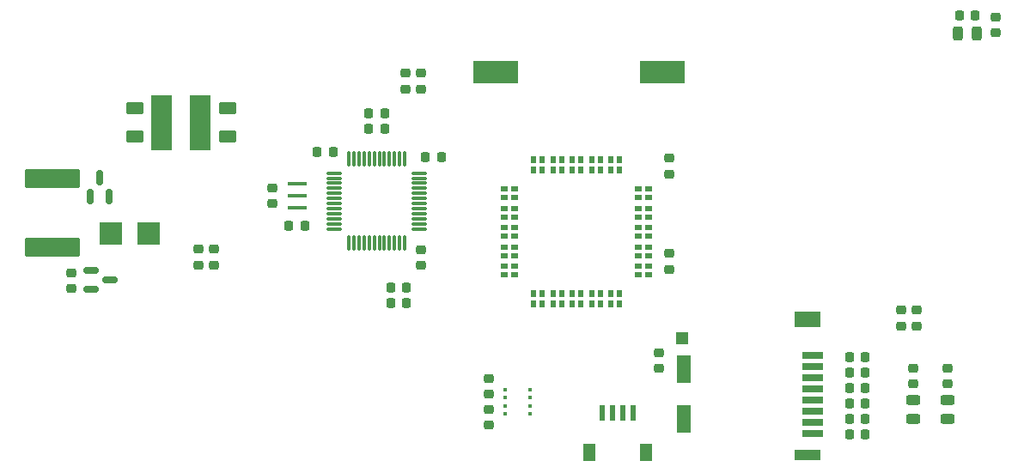
<source format=gbr>
%TF.GenerationSoftware,KiCad,Pcbnew,9.0.1*%
%TF.CreationDate,2025-06-03T12:38:30-05:00*%
%TF.ProjectId,Orientation_Paddle,4f726965-6e74-4617-9469-6f6e5f506164,2.0*%
%TF.SameCoordinates,Original*%
%TF.FileFunction,Paste,Top*%
%TF.FilePolarity,Positive*%
%FSLAX46Y46*%
G04 Gerber Fmt 4.6, Leading zero omitted, Abs format (unit mm)*
G04 Created by KiCad (PCBNEW 9.0.1) date 2025-06-03 12:38:30*
%MOMM*%
%LPD*%
G01*
G04 APERTURE LIST*
G04 Aperture macros list*
%AMRoundRect*
0 Rectangle with rounded corners*
0 $1 Rounding radius*
0 $2 $3 $4 $5 $6 $7 $8 $9 X,Y pos of 4 corners*
0 Add a 4 corners polygon primitive as box body*
4,1,4,$2,$3,$4,$5,$6,$7,$8,$9,$2,$3,0*
0 Add four circle primitives for the rounded corners*
1,1,$1+$1,$2,$3*
1,1,$1+$1,$4,$5*
1,1,$1+$1,$6,$7*
1,1,$1+$1,$8,$9*
0 Add four rect primitives between the rounded corners*
20,1,$1+$1,$2,$3,$4,$5,0*
20,1,$1+$1,$4,$5,$6,$7,0*
20,1,$1+$1,$6,$7,$8,$9,0*
20,1,$1+$1,$8,$9,$2,$3,0*%
G04 Aperture macros list end*
%ADD10RoundRect,0.218750X0.218750X0.256250X-0.218750X0.256250X-0.218750X-0.256250X0.218750X-0.256250X0*%
%ADD11RoundRect,0.075000X-0.662500X-0.075000X0.662500X-0.075000X0.662500X0.075000X-0.662500X0.075000X0*%
%ADD12RoundRect,0.075000X-0.075000X-0.662500X0.075000X-0.662500X0.075000X0.662500X-0.075000X0.662500X0*%
%ADD13R,2.184400X2.184400*%
%ADD14RoundRect,0.218750X-0.256250X0.218750X-0.256250X-0.218750X0.256250X-0.218750X0.256250X0.218750X0*%
%ADD15RoundRect,0.243750X0.456250X-0.243750X0.456250X0.243750X-0.456250X0.243750X-0.456250X-0.243750X0*%
%ADD16RoundRect,0.150000X0.150000X-0.587500X0.150000X0.587500X-0.150000X0.587500X-0.150000X-0.587500X0*%
%ADD17R,1.900000X0.400000*%
%ADD18RoundRect,0.218750X-0.218750X-0.256250X0.218750X-0.256250X0.218750X0.256250X-0.218750X0.256250X0*%
%ADD19RoundRect,0.218750X0.256250X-0.218750X0.256250X0.218750X-0.256250X0.218750X-0.256250X-0.218750X0*%
%ADD20RoundRect,0.150000X-0.587500X-0.150000X0.587500X-0.150000X0.587500X0.150000X-0.587500X0.150000X0*%
%ADD21RoundRect,0.250000X2.475000X-0.712500X2.475000X0.712500X-2.475000X0.712500X-2.475000X-0.712500X0*%
%ADD22RoundRect,0.243750X0.243750X0.456250X-0.243750X0.456250X-0.243750X-0.456250X0.243750X-0.456250X0*%
%ADD23R,4.500000X2.300000*%
%ADD24R,1.200000X1.800000*%
%ADD25R,0.600000X1.550000*%
%ADD26R,0.400000X0.400000*%
%ADD27RoundRect,0.250000X0.625000X-0.375000X0.625000X0.375000X-0.625000X0.375000X-0.625000X-0.375000X0*%
%ADD28R,2.150000X5.500000*%
%ADD29R,0.580000X0.720000*%
%ADD30R,0.720000X0.580000*%
%ADD31R,2.000000X0.700000*%
%ADD32R,1.400000X2.700000*%
%ADD33R,2.600000X1.000000*%
%ADD34R,2.600000X1.500000*%
%ADD35R,1.200000X1.200000*%
G04 APERTURE END LIST*
D10*
%TO.C,R6*%
X159029500Y-137795000D03*
X157454500Y-137795000D03*
%TD*%
D11*
%TO.C,U2*%
X106708500Y-115106000D03*
X106708500Y-115606000D03*
X106708500Y-116106000D03*
X106708500Y-116606000D03*
X106708500Y-117106000D03*
X106708500Y-117606000D03*
X106708500Y-118106000D03*
X106708500Y-118606000D03*
X106708500Y-119106000D03*
X106708500Y-119606000D03*
X106708500Y-120106000D03*
X106708500Y-120606000D03*
D12*
X108121000Y-122018500D03*
X108621000Y-122018500D03*
X109121000Y-122018500D03*
X109621000Y-122018500D03*
X110121000Y-122018500D03*
X110621000Y-122018500D03*
X111121000Y-122018500D03*
X111621000Y-122018500D03*
X112121000Y-122018500D03*
X112621000Y-122018500D03*
X113121000Y-122018500D03*
X113621000Y-122018500D03*
D11*
X115033500Y-120606000D03*
X115033500Y-120106000D03*
X115033500Y-119606000D03*
X115033500Y-119106000D03*
X115033500Y-118606000D03*
X115033500Y-118106000D03*
X115033500Y-117606000D03*
X115033500Y-117106000D03*
X115033500Y-116606000D03*
X115033500Y-116106000D03*
X115033500Y-115606000D03*
X115033500Y-115106000D03*
D12*
X113621000Y-113693500D03*
X113121000Y-113693500D03*
X112621000Y-113693500D03*
X112121000Y-113693500D03*
X111621000Y-113693500D03*
X111121000Y-113693500D03*
X110621000Y-113693500D03*
X110121000Y-113693500D03*
X109621000Y-113693500D03*
X109121000Y-113693500D03*
X108621000Y-113693500D03*
X108121000Y-113693500D03*
%TD*%
D13*
%TO.C,D2*%
X84683600Y-121031000D03*
X88392000Y-121031000D03*
%TD*%
D14*
%TO.C,R3*%
X115189000Y-105257500D03*
X115189000Y-106832500D03*
%TD*%
D10*
%TO.C,R10*%
X159029500Y-134747000D03*
X157454500Y-134747000D03*
%TD*%
D15*
%TO.C,D3*%
X167132000Y-139342000D03*
X167132000Y-137467000D03*
%TD*%
D16*
%TO.C,Q1*%
X82616000Y-117445000D03*
X84516000Y-117445000D03*
X83566000Y-115570000D03*
%TD*%
D17*
%TO.C,Y1*%
X102997000Y-116148000D03*
X102997000Y-117348000D03*
X102997000Y-118548000D03*
%TD*%
D18*
%TO.C,R9*%
X110083500Y-109220000D03*
X111658500Y-109220000D03*
%TD*%
D14*
%TO.C,R14*%
X167132000Y-134315000D03*
X167132000Y-135890000D03*
%TD*%
%TO.C,C13*%
X139700000Y-113639500D03*
X139700000Y-115214500D03*
%TD*%
D10*
%TO.C,R17*%
X159029500Y-140843000D03*
X157454500Y-140843000D03*
%TD*%
D19*
%TO.C,R15*%
X164084000Y-130200500D03*
X164084000Y-128625500D03*
%TD*%
D10*
%TO.C,R11*%
X113817500Y-126365000D03*
X112242500Y-126365000D03*
%TD*%
D19*
%TO.C,C3*%
X121920000Y-139979500D03*
X121920000Y-138404500D03*
%TD*%
D15*
%TO.C,D4*%
X163703000Y-139342000D03*
X163703000Y-137467000D03*
%TD*%
D20*
%TO.C,D1*%
X82677000Y-126604297D03*
X82677000Y-124704297D03*
X84552000Y-125654297D03*
%TD*%
D14*
%TO.C,C5*%
X115189000Y-122656500D03*
X115189000Y-124231500D03*
%TD*%
D19*
%TO.C,R16*%
X163703000Y-135890000D03*
X163703000Y-134315000D03*
%TD*%
D21*
%TO.C,F1*%
X78867000Y-122386500D03*
X78867000Y-115611500D03*
%TD*%
D14*
%TO.C,R1*%
X80772000Y-124932797D03*
X80772000Y-126507797D03*
%TD*%
D22*
%TO.C,C10*%
X170023000Y-101346000D03*
X168148000Y-101346000D03*
%TD*%
D14*
%TO.C,C9*%
X93257000Y-122623500D03*
X93257000Y-124198500D03*
%TD*%
D10*
%TO.C,C8*%
X106553000Y-113055500D03*
X104978000Y-113055500D03*
%TD*%
%TO.C,R8*%
X111658500Y-110744000D03*
X110083500Y-110744000D03*
%TD*%
D18*
%TO.C,R12*%
X112242500Y-127889000D03*
X113817500Y-127889000D03*
%TD*%
D19*
%TO.C,R5*%
X94781000Y-124198500D03*
X94781000Y-122623500D03*
%TD*%
D14*
%TO.C,R13*%
X138684000Y-132816500D03*
X138684000Y-134391500D03*
%TD*%
%TO.C,C15*%
X162560000Y-128625500D03*
X162560000Y-130200500D03*
%TD*%
D23*
%TO.C,BT1*%
X122581000Y-105156000D03*
X138981000Y-105156000D03*
%TD*%
D14*
%TO.C,R4*%
X113665000Y-105257500D03*
X113665000Y-106832500D03*
%TD*%
D18*
%TO.C,C6*%
X115671500Y-113538000D03*
X117246500Y-113538000D03*
%TD*%
D24*
%TO.C,J1*%
X137420000Y-142672000D03*
X131820000Y-142672000D03*
D25*
X133120000Y-138797000D03*
X134120000Y-138797000D03*
X135120000Y-138797000D03*
X136120000Y-138797000D03*
%TD*%
D10*
%TO.C,R7*%
X159029500Y-139319000D03*
X157454500Y-139319000D03*
%TD*%
%TO.C,C11*%
X169873000Y-99568000D03*
X168298000Y-99568000D03*
%TD*%
D26*
%TO.C,U1*%
X125947000Y-136468000D03*
X125947000Y-137268000D03*
X125947000Y-138068000D03*
X125947000Y-138868000D03*
X123547000Y-138868000D03*
X123547000Y-138068000D03*
X123547000Y-137268000D03*
X123547000Y-136468000D03*
%TD*%
D14*
%TO.C,C14*%
X139700000Y-123037500D03*
X139700000Y-124612500D03*
%TD*%
D27*
%TO.C,C2*%
X86995000Y-111519000D03*
X86995000Y-108719000D03*
%TD*%
D28*
%TO.C,L1*%
X93492000Y-110119000D03*
X89642000Y-110119000D03*
%TD*%
D27*
%TO.C,C1*%
X96139000Y-111519000D03*
X96139000Y-108719000D03*
%TD*%
D29*
%TO.C,U4*%
X134781000Y-113804000D03*
X133931000Y-113804000D03*
X132881000Y-113804000D03*
X132031000Y-113804000D03*
X130981000Y-113804000D03*
X130131000Y-113804000D03*
X129081000Y-113804000D03*
X128231000Y-113804000D03*
X127181000Y-113804000D03*
X126331000Y-113804000D03*
X134781000Y-114804000D03*
X133931000Y-114804000D03*
X132881000Y-114804000D03*
X132031000Y-114804000D03*
X130981000Y-114804000D03*
X130131000Y-114804000D03*
X129081000Y-114804000D03*
X128231000Y-114804000D03*
X127181000Y-114804000D03*
X126331000Y-114804000D03*
D30*
X137656000Y-116679000D03*
X136656000Y-116679000D03*
X124456000Y-116679000D03*
X123456000Y-116679000D03*
X137656000Y-117529000D03*
X136656000Y-117529000D03*
X124456000Y-117529000D03*
X123456000Y-117529000D03*
X137656000Y-118579000D03*
X136656000Y-118579000D03*
X124456000Y-118579000D03*
X123456000Y-118579000D03*
X137656000Y-119429000D03*
X136656000Y-119429000D03*
X124456000Y-119429000D03*
X123456000Y-119429000D03*
X137656000Y-120479000D03*
X136656000Y-120479000D03*
X124456000Y-120479000D03*
X123456000Y-120479000D03*
X137656000Y-121329000D03*
X136656000Y-121329000D03*
X124456000Y-121329000D03*
X123456000Y-121329000D03*
X137656000Y-122379000D03*
X136656000Y-122379000D03*
X124456000Y-122379000D03*
X123456000Y-122379000D03*
X137656000Y-123229000D03*
X136656000Y-123229000D03*
X124456000Y-123229000D03*
X123456000Y-123229000D03*
X137656000Y-124279000D03*
X136656000Y-124279000D03*
X124456000Y-124279000D03*
X123456000Y-124279000D03*
X137656000Y-125129000D03*
X136656000Y-125129000D03*
X124456000Y-125129000D03*
X123456000Y-125129000D03*
D29*
X134781000Y-127004000D03*
X133931000Y-127004000D03*
X132881000Y-127004000D03*
X132031000Y-127004000D03*
X130981000Y-127004000D03*
X130131000Y-127004000D03*
X129081000Y-127004000D03*
X128231000Y-127004000D03*
X127181000Y-127004000D03*
X126331000Y-127004000D03*
X134781000Y-128004000D03*
X133931000Y-128004000D03*
X132881000Y-128004000D03*
X132031000Y-128004000D03*
X130981000Y-128004000D03*
X130131000Y-128004000D03*
X129081000Y-128004000D03*
X128231000Y-128004000D03*
X127181000Y-128004000D03*
X126331000Y-128004000D03*
%TD*%
D10*
%TO.C,C16*%
X159029500Y-136271000D03*
X157454500Y-136271000D03*
%TD*%
D14*
%TO.C,R2*%
X100584000Y-116560500D03*
X100584000Y-118135500D03*
%TD*%
D10*
%TO.C,R18*%
X159029500Y-133223000D03*
X157454500Y-133223000D03*
%TD*%
%TO.C,C7*%
X103784500Y-120269000D03*
X102209500Y-120269000D03*
%TD*%
D14*
%TO.C,C4*%
X121920000Y-135356500D03*
X121920000Y-136931500D03*
%TD*%
%TO.C,C12*%
X171831000Y-99695000D03*
X171831000Y-101270000D03*
%TD*%
D31*
%TO.C,J9*%
X153797000Y-133071000D03*
X153797000Y-134171000D03*
X153797000Y-135271000D03*
X153797000Y-136371000D03*
X153797000Y-137471000D03*
X153797000Y-138571000D03*
X153797000Y-139671000D03*
X153797000Y-140771000D03*
D32*
X141097000Y-134471000D03*
D33*
X153297000Y-142871000D03*
D34*
X153297000Y-129521000D03*
D32*
X141097000Y-139371000D03*
D35*
X140997000Y-131421000D03*
%TD*%
M02*

</source>
